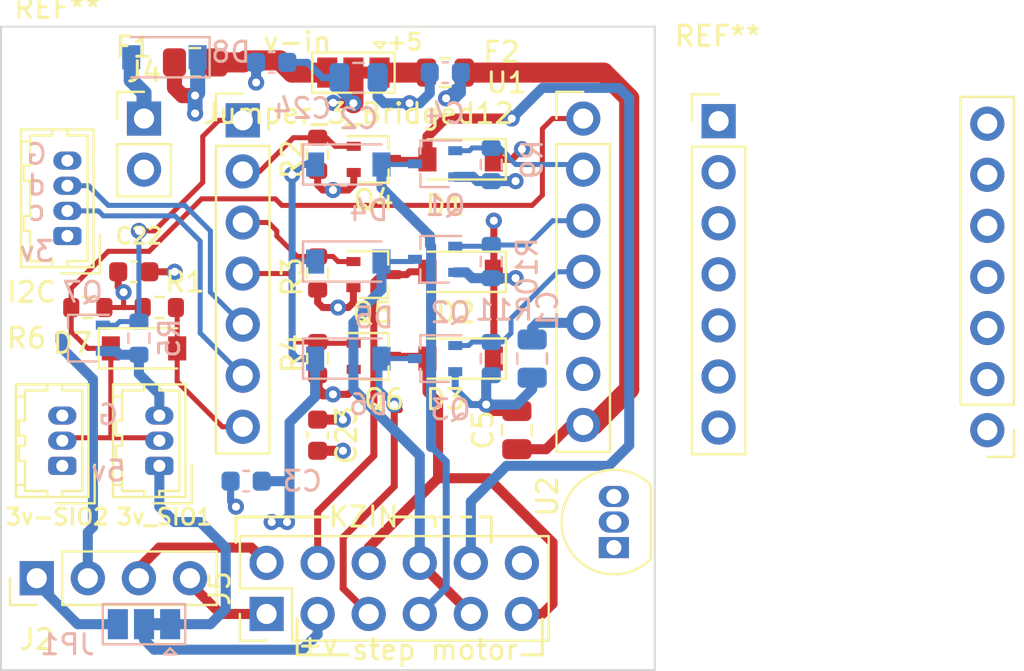
<source format=kicad_pcb>
(kicad_pcb (version 20171130) (host pcbnew "(5.1.8)-1")
  (layers (0 F.Cu signal) (1 In1.Cu mixed hide) (2 In2.Cu power hide) (31 B.Cu signal) (34 B.Paste user) (35 F.Paste user hide) (36 B.SilkS user) (37 F.SilkS user hide) (38 B.Mask user) (39 F.Mask user hide) (44 Edge.Cuts user))
  (net 0 "")
  (net 1 GND)
  (net 2 +3V3)
  (net 3 Motor_PWR)
  (net 4 +5V)
  (net 5 /UART_TX)
  (net 6 /MOTOR_POWER-IN)
  (net 7 "Net-(F1-Pad1)")
  (net 8 "Net-(F2-Pad1)")
  (net 9 /GPIO_5)
  (net 10 /GPIO_4)
  (net 11 /GPIO_0)
  (net 12 /GPIO_9)
  (net 13 /GPIO_10)
  (net 14 /GPIO_1)
  (net 15 /GPIO_2)
  (net 16 /GPIO_3)
  (net 17 /UART_RX)
  (net 18 /GPIO_8)
  (net 19 /Grain_of_Wheat)
  (net 20 /Marker-1)
  (net 21 /Marker-2)
  (net 22 /Broad_LED)
  (net 23 /UV-Boost)
  (net 24 /Cal_HV1)
  (net 25 /Cal_HV2)
  (net 26 /Marker-3)
  (net 27 "Net-(J5-Pad12)")
  (net 28 "Net-(J5-Pad3)")
  (net 29 /Cal_Lamp)
  (net 30 "Net-(D8-Pad2)")
  (module Connector_PinHeader_2.54mm:Xiao-on-Header (layer F.Cu) (at 120.523 72.009)
    (fp_text reference REF** (at -0.04318 -4.22402) (layer F.SilkS))
    (fp_text value "Xiao- on header")
    (pad 1 thru_hole rect (at 0 0) (size 1.7 1.7) (drill 1) (layers *.Cu *.Mask))
    (pad 2 thru_hole oval (at 0 2.54) (size 1.7 1.7) (drill 1) (layers *.Cu *.Mask))
    (pad 3 thru_hole oval (at 0 5.08) (size 1.7 1.7) (drill 1) (layers *.Cu *.Mask))
    (pad 4 thru_hole oval (at 0 7.62) (size 1.7 1.7) (drill 1) (layers *.Cu *.Mask))
    (pad 5 thru_hole oval (at 0 10.16) (size 1.7 1.7) (drill 1) (layers *.Cu *.Mask))
    (pad 6 thru_hole oval (at 0 12.7) (size 1.7 1.7) (drill 1) (layers *.Cu *.Mask))
    (pad 7 thru_hole oval (at 0 15.24) (size 1.7 1.7) (drill 1) (layers *.Cu *.Mask))
    (pad 13 thru_hole oval (at 13.36504 2.66954 -180) (size 1.7 1.7) (drill 1) (layers *.Cu *.Mask))
    (pad 10 thru_hole oval (at 13.36504 10.28954 -180) (size 1.7 1.7) (drill 1) (layers *.Cu *.Mask))
    (pad 12 thru_hole oval (at 13.36504 5.20954 -180) (size 1.7 1.7) (drill 1) (layers *.Cu *.Mask))
    (pad 11 thru_hole oval (at 13.36504 7.74954 -180) (size 1.7 1.7) (drill 1) (layers *.Cu *.Mask))
    (pad 9 thru_hole oval (at 13.36504 12.82954 -180) (size 1.7 1.7) (drill 1) (layers *.Cu *.Mask))
    (pad 8 thru_hole circle (at 13.36504 15.36954 -180) (size 1.7 1.7) (drill 1) (layers *.Cu *.Mask))
    (pad 14 thru_hole oval (at 13.36504 0.12954 -180) (size 1.7 1.7) (drill 1) (layers *.Cu *.Mask))
  )
  (module Connector_PinHeader_2.54mm:PinHeader_1x02_P2.54mm_Vertical (layer F.Cu) (at 91.948 71.882)
    (fp_text reference J4 (at 0 -2.33) (layer F.SilkS))
    (fp_text value 277-6156-ND)
    (pad 2 thru_hole oval (at 0 2.54) (size 1.7 1.7) (drill 1) (layers *.Cu *.Mask) (net 1 GND))
    (pad 1 thru_hole rect (at 0 0) (size 1.7 1.7) (drill 1) (layers *.Cu *.Mask) (net 30 "Net-(D8-Pad2)"))
  )
  (module MountingHole:MountingHole_2.2mm_M2_DIN965 (layer F.Cu) (at 87.63 69.596)
    (fp_text reference REF** (at 0 -3.2) (layer F.SilkS))
    (fp_text value MountingHole_2.2mm_M2_DIN965)
    (pad 1 np_thru_hole circle (at 0 0) (size 2.2 2.2) (drill 2.2) (layers *.Cu *.Mask))
  )
  (module Diode_SMD:D_SOD-123 (layer B.Cu) (at 92.964 68.834 180)
    (fp_text reference D8 (at -3.302 0.254) (layer B.SilkS) (effects (justify mirror)))
    (fp_text value MBR0580)
    (pad 2 smd rect (at 1.65 0 180) (size 0.9 1.2) (layers B.Cu B.Paste B.Mask) (net 30 "Net-(D8-Pad2)"))
    (pad 1 smd rect (at -1.65 0 180) (size 0.9 1.2) (layers B.Cu B.Paste B.Mask) (net 6 /MOTOR_POWER-IN))
  )
  (module Connector_PinHeader_2.54mm:PinHeader_1x04_P2.54mm_Vertical (layer F.Cu) (at 86.614 94.742 90)
    (fp_text reference J2 (at -3.048 0 180) (layer F.SilkS))
    (fp_text value Cal_PS)
    (pad 4 thru_hole oval (at 0 7.62 90) (size 1.7 1.7) (drill 1) (layers *.Cu *.Mask) (net 24 /Cal_HV1))
    (pad 3 thru_hole oval (at 0 5.08 90) (size 1.7 1.7) (drill 1) (layers *.Cu *.Mask) (net 25 /Cal_HV2))
    (pad 2 thru_hole oval (at 0 2.54 90) (size 1.7 1.7) (drill 1) (layers *.Cu *.Mask) (net 29 /Cal_Lamp))
    (pad 1 thru_hole rect (at 0 0 90) (size 1.7 1.7) (drill 1) (layers *.Cu *.Mask) (net 3 Motor_PWR))
  )
  (module Jumper:SolderJumper-3_P1.3mm_Bridged12_Pad1.0x1.5mm (layer B.Cu) (at 91.948 97.028 180)
    (fp_text reference JP1 (at 3.81 -1.016) (layer B.SilkS) (effects (justify mirror)))
    (fp_text value Jumper_3_Bridged12)
    (fp_poly (pts (xy -0.9 0.3) (xy -0.4 0.3) (xy -0.4 -0.3) (xy -0.9 -0.3)) (layer B.Cu) (width 0))
    (pad 2 smd rect (at 0 0 180) (size 1 1.5) (layers B.Cu B.Mask) (net 28 "Net-(J5-Pad3)"))
    (pad 3 smd rect (at 1.3 0 180) (size 1 1.5) (layers B.Cu B.Mask) (net 3 Motor_PWR))
    (pad 1 smd rect (at -1.3 0 180) (size 1 1.5) (layers B.Cu B.Mask) (net 4 +5V))
  )
  (module Connector_PinHeader_2.54mm:PinHeader_2x06_P2.54mm_Vertical (layer F.Cu) (at 98.044 96.52 90)
    (fp_text reference J5 (at 1.27 -2.33 90) (layer F.SilkS))
    (fp_text value Conn_02x06_Odd_Even)
    (pad 12 thru_hole oval (at 2.54 12.7 90) (size 1.7 1.7) (drill 1) (layers *.Cu *.Mask) (net 27 "Net-(J5-Pad12)"))
    (pad 11 thru_hole oval (at 0 12.7 90) (size 1.7 1.7) (drill 1) (layers *.Cu *.Mask) (net 20 /Marker-1))
    (pad 10 thru_hole oval (at 2.54 10.16 90) (size 1.7 1.7) (drill 1) (layers *.Cu *.Mask) (net 26 /Marker-3))
    (pad 9 thru_hole oval (at 0 10.16 90) (size 1.7 1.7) (drill 1) (layers *.Cu *.Mask) (net 21 /Marker-2))
    (pad 8 thru_hole oval (at 2.54 7.62 90) (size 1.7 1.7) (drill 1) (layers *.Cu *.Mask) (net 21 /Marker-2))
    (pad 7 thru_hole oval (at 0 7.62 90) (size 1.7 1.7) (drill 1) (layers *.Cu *.Mask) (net 22 /Broad_LED))
    (pad 6 thru_hole oval (at 2.54 5.08 90) (size 1.7 1.7) (drill 1) (layers *.Cu *.Mask) (net 20 /Marker-1))
    (pad 5 thru_hole oval (at 0 5.08 90) (size 1.7 1.7) (drill 1) (layers *.Cu *.Mask) (net 23 /UV-Boost))
    (pad 4 thru_hole oval (at 2.54 2.54 90) (size 1.7 1.7) (drill 1) (layers *.Cu *.Mask) (net 19 /Grain_of_Wheat))
    (pad 3 thru_hole oval (at 0 2.54 90) (size 1.7 1.7) (drill 1) (layers *.Cu *.Mask) (net 28 "Net-(J5-Pad3)"))
    (pad 2 thru_hole oval (at 2.54 0 90) (size 1.7 1.7) (drill 1) (layers *.Cu *.Mask) (net 25 /Cal_HV2))
    (pad 1 thru_hole rect (at 0 0 90) (size 1.7 1.7) (drill 1) (layers *.Cu *.Mask) (net 24 /Cal_HV1))
  )
  (module MountingHole:MountingHole_2.2mm_M2_DIN965 (layer F.Cu) (at 115.062 97.028)
    (fp_text reference REF**)
    (fp_text value MountingHole_2.2mm_M2_DIN965)
    (pad 1 np_thru_hole circle (at 0 0) (size 2.2 2.2) (drill 2.2) (layers *.Cu *.Mask))
  )
  (module Package_TO_SOT_THT:TO-92_Inline (layer F.Cu) (at 115.316 93.218 90)
    (fp_text reference U2 (at 2.54 -3.302 90) (layer F.SilkS))
    (fp_text value MCP1700-5002E_TO92)
    (pad 1 thru_hole rect (at 0 0 90) (size 1.05 1.5) (drill 0.75) (layers *.Cu *.Mask) (net 1 GND))
    (pad 3 thru_hole oval (at 2.54 0 90) (size 1.05 1.5) (drill 0.75) (layers *.Cu *.Mask) (net 4 +5V))
    (pad 2 thru_hole oval (at 1.27 0 90) (size 1.05 1.5) (drill 0.75) (layers *.Cu *.Mask) (net 3 Motor_PWR))
  )
  (module Resistor_SMD:R_0603_1608Metric (layer B.Cu) (at 91.694 82.804 270)
    (fp_text reference R5 (at 0 -1.524 270) (layer B.SilkS) (effects (justify mirror)))
    (fp_text value 10,000)
    (pad 2 smd roundrect (at 0.825 0 270) (size 0.8 0.95) (layers B.Cu B.Paste B.Mask) (net 1 GND))
    (pad 1 smd roundrect (at -0.825 0 270) (size 0.8 0.95) (layers B.Cu B.Paste B.Mask) (net 11 /GPIO_0))
  )
  (module Package_TO_SOT_SMD:SOT-323_SC-70 (layer B.Cu) (at 88.9 82.804 180)
    (fp_text reference Q7 (at 0 2.286) (layer B.SilkS) (effects (justify mirror)))
    (fp_text value DMN3067)
    (pad 3 smd rect (at 1 0 270) (size 0.45 0.7) (layers B.Cu B.Paste B.Mask) (net 29 /Cal_Lamp))
    (pad 2 smd rect (at -1 -0.65 270) (size 0.45 0.7) (layers B.Cu B.Paste B.Mask) (net 1 GND))
    (pad 1 smd rect (at -1 0.65 270) (size 0.45 0.7) (layers B.Cu B.Paste B.Mask) (net 11 /GPIO_0))
  )
  (module Connector_PinHeader_2.54mm:Xiao-on-socket (layer F.Cu) (at 96.86036 71.9709)
    (fp_text reference U1 (at 13.12164 -1.8669) (layer F.SilkS))
    (fp_text value SeeeduinoXIAO-on-header)
    (pad 14 thru_hole oval (at 16.93164 15.1511) (size 1.7 1.7) (drill 1) (layers *.Cu *.Mask) (net 4 +5V))
    (pad 8 thru_hole circle (at 16.93164 -0.0889) (size 1.7 1.7) (drill 1) (layers *.Cu *.Mask) (net 17 /UART_RX))
    (pad 9 thru_hole oval (at 16.93164 2.4511) (size 1.7 1.7) (drill 1) (layers *.Cu *.Mask) (net 18 /GPIO_8))
    (pad 11 thru_hole oval (at 16.93164 7.5311) (size 1.7 1.7) (drill 1) (layers *.Cu *.Mask) (net 13 /GPIO_10))
    (pad 12 thru_hole oval (at 16.93164 10.0711) (size 1.7 1.7) (drill 1) (layers *.Cu *.Mask) (net 2 +3V3))
    (pad 10 thru_hole oval (at 16.93164 4.9911) (size 1.7 1.7) (drill 1) (layers *.Cu *.Mask) (net 12 /GPIO_9))
    (pad 13 thru_hole oval (at 16.93164 12.6111) (size 1.7 1.7) (drill 1) (layers *.Cu *.Mask) (net 1 GND))
    (pad 7 thru_hole oval (at 0 15.24) (size 1.7 1.7) (drill 1) (layers *.Cu *.Mask) (net 5 /UART_TX))
    (pad 6 thru_hole oval (at 0 12.7) (size 1.7 1.7) (drill 1) (layers *.Cu *.Mask) (net 9 /GPIO_5))
    (pad 5 thru_hole oval (at 0 10.16) (size 1.7 1.7) (drill 1) (layers *.Cu *.Mask) (net 10 /GPIO_4))
    (pad 4 thru_hole oval (at 0 7.62) (size 1.7 1.7) (drill 1) (layers *.Cu *.Mask) (net 16 /GPIO_3))
    (pad 3 thru_hole oval (at 0 5.08) (size 1.7 1.7) (drill 1) (layers *.Cu *.Mask) (net 15 /GPIO_2))
    (pad 2 thru_hole oval (at 0 2.54) (size 1.7 1.7) (drill 1) (layers *.Cu *.Mask) (net 14 /GPIO_1))
    (pad 1 thru_hole rect (at 0 0) (size 1.7 1.7) (drill 1) (layers *.Cu *.Mask) (net 11 /GPIO_0))
  )
  (module Connector_Hirose:Hirose_DF13-04P-1.25DSA_1x04_P1.25mm_Vertical (layer F.Cu) (at 88.138 77.724 90)
    (fp_text reference J1 hide)
    (fp_text value I2C (at -2.794 -1.778 180) (layer F.SilkS))
    (pad 4 thru_hole oval (at 3.75 0 90) (size 0.9 1.4) (drill 0.6) (layers *.Cu *.Mask) (net 1 GND))
    (pad 3 thru_hole oval (at 2.5 0 90) (size 0.9 1.4) (drill 0.6) (layers *.Cu *.Mask) (net 10 /GPIO_4))
    (pad 2 thru_hole oval (at 1.25 0 90) (size 0.9 1.4) (drill 0.6) (layers *.Cu *.Mask) (net 9 /GPIO_5))
    (pad 1 thru_hole roundrect (at 0 0 90) (size 0.9 1.4) (drill 0.6) (layers *.Cu *.Mask) (net 2 +3V3))
  )
  (module Connector_Hirose:Hirose_DF13-03P-1.25DSA_1x03_P1.25mm_Vertical (layer F.Cu) (at 87.884 89.154 90)
    (fp_text reference J6)
    (fp_text value 3v-SIO2 (at -2.54 -0.254 180) (layer F.SilkS) (effects (font (size 0.8 0.8))))
    (pad 3 thru_hole oval (at 2.5 0 90) (size 0.9 1.4) (drill 0.6) (layers *.Cu *.Mask) (net 1 GND))
    (pad 2 thru_hole oval (at 1.25 0 90) (size 0.9 1.4) (drill 0.6) (layers *.Cu *.Mask) (net 17 /UART_RX))
    (pad 1 thru_hole roundrect (at 0 0 90) (size 0.9 1.4) (drill 0.6) (layers *.Cu *.Mask) (net 4 +5V))
  )
  (module Connector_Hirose:Hirose_DF13-03P-1.25DSA_1x03_P1.25mm_Vertical (layer F.Cu) (at 92.71 89.154 90)
    (fp_text reference J3)
    (fp_text value 3v_SIO1 (at -2.54 0.254 180) (layer F.SilkS) (effects (font (size 0.8 0.8))))
    (pad 3 thru_hole oval (at 2.5 0 90) (size 0.9 1.4) (drill 0.6) (layers *.Cu *.Mask) (net 1 GND))
    (pad 2 thru_hole oval (at 1.25 0 90) (size 0.9 1.4) (drill 0.6) (layers *.Cu *.Mask) (net 17 /UART_RX))
    (pad 1 thru_hole roundrect (at 0 0 90) (size 0.9 1.4) (drill 0.6) (layers *.Cu *.Mask) (net 4 +5V))
  )
  (module Fuse:Fuse_0805_2012Metric_Pad1.15x1.40mm_HandSolder (layer F.Cu) (at 94.488 69.088 180)
    (fp_text reference F1 (at 3.048 0.762) (layer F.SilkS))
    (fp_text value 500ma)
    (pad 2 smd roundrect (at 1.025 0 180) (size 1.15 1.4) (layers F.Cu F.Paste F.Mask) (roundrect_rratio 0.2173904347826087) (net 6 /MOTOR_POWER-IN))
    (pad 1 smd roundrect (at -1.025 0 180) (size 1.15 1.4) (layers F.Cu F.Paste F.Mask) (roundrect_rratio 0.2173904347826087) (net 7 "Net-(F1-Pad1)"))
  )
  (module Diode_SMD:D_SOD-123 (layer B.Cu) (at 102.108 83.82)
    (fp_text reference D6 (at 1.016 2.286) (layer B.SilkS) (effects (justify mirror)))
    (fp_text value MBR0580)
    (pad 2 smd rect (at 1.65 0) (size 0.9 1.2) (layers B.Cu B.Paste B.Mask) (net 23 /UV-Boost))
    (pad 1 smd rect (at -1.65 0) (size 0.9 1.2) (layers B.Cu B.Paste B.Mask) (net 3 Motor_PWR))
  )
  (module Diode_SMD:D_SOD-123 (layer B.Cu) (at 102.108 78.994)
    (fp_text reference D5 (at 1.27 2.794 180) (layer B.SilkS) (effects (justify mirror)))
    (fp_text value MBR0580)
    (pad 2 smd rect (at 1.65 0) (size 0.9 1.2) (layers B.Cu B.Paste B.Mask) (net 21 /Marker-2))
    (pad 1 smd rect (at -1.65 0) (size 0.9 1.2) (layers B.Cu B.Paste B.Mask) (net 3 Motor_PWR))
  )
  (module Diode_SMD:D_SOD-123 (layer B.Cu) (at 102.108 74.168)
    (fp_text reference D4 (at 1.016 2.286) (layer B.SilkS) (effects (justify mirror)))
    (fp_text value MBR0580)
    (pad 2 smd rect (at 1.65 0) (size 0.9 1.2) (layers B.Cu B.Paste B.Mask) (net 22 /Broad_LED))
    (pad 1 smd rect (at -1.65 0) (size 0.9 1.2) (layers B.Cu B.Paste B.Mask) (net 3 Motor_PWR))
  )
  (module Diode_SMD:D_SOD-123 (layer F.Cu) (at 107.696 83.82 180)
    (fp_text reference D3 (at 0.762 -2.032) (layer F.SilkS))
    (fp_text value MBR0580)
    (pad 2 smd rect (at 1.65 0 180) (size 0.9 1.2) (layers F.Cu F.Paste F.Mask) (net 20 /Marker-1))
    (pad 1 smd rect (at -1.65 0 180) (size 0.9 1.2) (layers F.Cu F.Paste F.Mask) (net 3 Motor_PWR))
  )
  (module Diode_SMD:D_SOD-123 (layer F.Cu) (at 107.696 79.502 180)
    (fp_text reference D2 (at 0.254 -2.032) (layer F.SilkS))
    (fp_text value MBR0580)
    (pad 2 smd rect (at 1.65 0 180) (size 0.9 1.2) (layers F.Cu F.Paste F.Mask) (net 19 /Grain_of_Wheat))
    (pad 1 smd rect (at -1.65 0 180) (size 0.9 1.2) (layers F.Cu F.Paste F.Mask) (net 3 Motor_PWR))
  )
  (module Diode_SMD:D_SOD-123 (layer F.Cu) (at 107.696 73.914 180)
    (fp_text reference D1 (at 0.762 -2.286) (layer F.SilkS))
    (fp_text value MBR0580)
    (pad 2 smd rect (at 1.65 0 180) (size 0.9 1.2) (layers F.Cu F.Paste F.Mask) (net 26 /Marker-3))
    (pad 1 smd rect (at -1.65 0 180) (size 0.9 1.2) (layers F.Cu F.Paste F.Mask) (net 3 Motor_PWR))
  )
  (module Diode_SMD:D_SOD-123 (layer F.Cu) (at 91.948 83.312)
    (fp_text reference D7 (at -3.556 -0.254) (layer F.SilkS))
    (fp_text value 1N4148W)
    (pad 2 smd rect (at 1.65 0) (size 0.9 1.2) (layers F.Cu F.Paste F.Mask) (net 5 /UART_TX))
    (pad 1 smd rect (at -1.65 0) (size 0.9 1.2) (layers F.Cu F.Paste F.Mask) (net 17 /UART_RX))
  )
  (module Jumper:SolderJumper-3_P1.3mm_Bridged12_Pad1.0x1.5mm (layer F.Cu) (at 102.362 69.596 180)
    (fp_text reference JP2)
    (fp_text value Jumper_3_Bridged12 (at -0.254 -2.032) (layer F.SilkS))
    (fp_poly (pts (xy -0.9 -0.3) (xy -0.4 -0.3) (xy -0.4 0.3) (xy -0.9 0.3)) (layer F.Cu) (width 0))
    (pad 2 smd rect (at 0 0 180) (size 1 1.5) (layers F.Cu F.Mask) (net 3 Motor_PWR))
    (pad 3 smd rect (at 1.3 0 180) (size 1 1.5) (layers F.Cu F.Mask) (net 7 "Net-(F1-Pad1)"))
    (pad 1 smd rect (at -1.3 0 180) (size 1 1.5) (layers F.Cu F.Mask) (net 8 "Net-(F2-Pad1)"))
  )
  (module Resistor_SMD:R_0603_1608Metric (layer B.Cu) (at 109.22 83.82 270)
    (fp_text reference R11 (at -2.413 -0.635 180) (layer B.SilkS) (effects (justify mirror)))
    (fp_text value 10,000)
    (pad 2 smd roundrect (at 0.825 0 270) (size 0.8 0.95) (layers B.Cu B.Paste B.Mask) (net 1 GND))
    (pad 1 smd roundrect (at -0.825 0 270) (size 0.8 0.95) (layers B.Cu B.Paste B.Mask) (net 13 /GPIO_10))
  )
  (module Resistor_SMD:R_0603_1608Metric (layer B.Cu) (at 109.22 78.994 270)
    (fp_text reference R10 (at 0.254 -1.778 90) (layer B.SilkS) (effects (justify mirror)))
    (fp_text value 10,000)
    (pad 2 smd roundrect (at 0.825 0 270) (size 0.8 0.95) (layers B.Cu B.Paste B.Mask) (net 1 GND))
    (pad 1 smd roundrect (at -0.825 0 270) (size 0.8 0.95) (layers B.Cu B.Paste B.Mask) (net 12 /GPIO_9))
  )
  (module Resistor_SMD:R_0603_1608Metric (layer B.Cu) (at 109.22 74.168 270)
    (fp_text reference R9 (at -0.254 -2.032 90) (layer B.SilkS) (effects (justify mirror)))
    (fp_text value 10,000)
    (pad 2 smd roundrect (at 0.825 0 270) (size 0.8 0.95) (layers B.Cu B.Paste B.Mask) (net 1 GND))
    (pad 1 smd roundrect (at -0.825 0 270) (size 0.8 0.95) (layers B.Cu B.Paste B.Mask) (net 18 /GPIO_8))
  )
  (module Resistor_SMD:R_0603_1608Metric (layer F.Cu) (at 89.154 81.28 180)
    (fp_text reference R6 (at 3.048 -1.524) (layer F.SilkS))
    (fp_text value 10,000)
    (pad 2 smd roundrect (at 0.825 0 180) (size 0.8 0.95) (layers F.Cu F.Paste F.Mask) (net 17 /UART_RX))
    (pad 1 smd roundrect (at -0.825 0 180) (size 0.8 0.95) (layers F.Cu F.Paste F.Mask) (net 2 +3V3))
  )
  (module Resistor_SMD:R_0603_1608Metric (layer F.Cu) (at 100.584 83.82 270)
    (fp_text reference R4 (at -0.254 1.27 270) (layer F.SilkS))
    (fp_text value 10,000)
    (pad 2 smd roundrect (at 0.825 0 270) (size 0.8 0.95) (layers F.Cu F.Paste F.Mask) (net 1 GND))
    (pad 1 smd roundrect (at -0.825 0 270) (size 0.8 0.95) (layers F.Cu F.Paste F.Mask) (net 16 /GPIO_3))
  )
  (module Resistor_SMD:R_0603_1608Metric (layer F.Cu) (at 100.584 79.565 270)
    (fp_text reference R3 (at 0.191 1.27 270) (layer F.SilkS))
    (fp_text value 10,000)
    (pad 2 smd roundrect (at 0.825 0 270) (size 0.8 0.95) (layers F.Cu F.Paste F.Mask) (net 1 GND))
    (pad 1 smd roundrect (at -0.825 0 270) (size 0.8 0.95) (layers F.Cu F.Paste F.Mask) (net 15 /GPIO_2))
  )
  (module Resistor_SMD:R_0603_1608Metric (layer F.Cu) (at 100.584 73.66 270)
    (fp_text reference R2 (at 0.254 1.27 270) (layer F.SilkS))
    (fp_text value 10,000)
    (pad 2 smd roundrect (at 0.825 0 270) (size 0.8 0.95) (layers F.Cu F.Paste F.Mask) (net 1 GND))
    (pad 1 smd roundrect (at -0.825 0 270) (size 0.8 0.95) (layers F.Cu F.Paste F.Mask) (net 14 /GPIO_1))
  )
  (module Resistor_SMD:R_0603_1608Metric (layer F.Cu) (at 92.71 81.28 180)
    (fp_text reference R1 (at -1.27 1.27) (layer F.SilkS))
    (fp_text value 10,000)
    (pad 2 smd roundrect (at 0.825 0 180) (size 0.8 0.95) (layers F.Cu F.Paste F.Mask) (net 2 +3V3))
    (pad 1 smd roundrect (at -0.825 0 180) (size 0.8 0.95) (layers F.Cu F.Paste F.Mask) (net 5 /UART_TX))
  )
  (module Package_TO_SOT_SMD:SOT-323_SC-70 (layer F.Cu) (at 103.378 83.708)
    (fp_text reference Q6 (at 0.508 2.144) (layer F.SilkS))
    (fp_text value DMN3067)
    (pad 3 smd rect (at 1 0 270) (size 0.45 0.7) (layers F.Cu F.Paste F.Mask) (net 20 /Marker-1))
    (pad 2 smd rect (at -1 0.65 270) (size 0.45 0.7) (layers F.Cu F.Paste F.Mask) (net 1 GND))
    (pad 1 smd rect (at -1 -0.65 270) (size 0.45 0.7) (layers F.Cu F.Paste F.Mask) (net 16 /GPIO_3))
  )
  (module Package_TO_SOT_SMD:SOT-323_SC-70 (layer F.Cu) (at 103.362 79.644)
    (fp_text reference Q5 (at -0.05 1.89) (layer F.SilkS))
    (fp_text value DMN3067)
    (pad 3 smd rect (at 1 0 270) (size 0.45 0.7) (layers F.Cu F.Paste F.Mask) (net 19 /Grain_of_Wheat))
    (pad 2 smd rect (at -1 0.65 270) (size 0.45 0.7) (layers F.Cu F.Paste F.Mask) (net 1 GND))
    (pad 1 smd rect (at -1 -0.65 270) (size 0.45 0.7) (layers F.Cu F.Paste F.Mask) (net 15 /GPIO_2))
  )
  (module Package_TO_SOT_SMD:SOT-323_SC-70 (layer F.Cu) (at 103.378 73.914)
    (fp_text reference Q4 (at 0 2.032) (layer F.SilkS))
    (fp_text value DMN3067)
    (pad 3 smd rect (at 1 0 270) (size 0.45 0.7) (layers F.Cu F.Paste F.Mask) (net 26 /Marker-3))
    (pad 2 smd rect (at -1 0.65 270) (size 0.45 0.7) (layers F.Cu F.Paste F.Mask) (net 1 GND))
    (pad 1 smd rect (at -1 -0.65 270) (size 0.45 0.7) (layers F.Cu F.Paste F.Mask) (net 14 /GPIO_1))
  )
  (module Package_TO_SOT_SMD:SOT-323_SC-70 (layer B.Cu) (at 106.426 83.82 180)
    (fp_text reference Q3 (at -0.762 -2.54) (layer B.SilkS) (effects (justify mirror)))
    (fp_text value DMN3067)
    (pad 3 smd rect (at 1 0 270) (size 0.45 0.7) (layers B.Cu B.Paste B.Mask) (net 23 /UV-Boost))
    (pad 2 smd rect (at -1 -0.65 270) (size 0.45 0.7) (layers B.Cu B.Paste B.Mask) (net 1 GND))
    (pad 1 smd rect (at -1 0.65 270) (size 0.45 0.7) (layers B.Cu B.Paste B.Mask) (net 13 /GPIO_10))
  )
  (module Package_TO_SOT_SMD:SOT-323_SC-70 (layer B.Cu) (at 106.426 78.882 180)
    (fp_text reference Q2 (at -0.762 -2.652) (layer B.SilkS) (effects (justify mirror)))
    (fp_text value DMN3067)
    (pad 3 smd rect (at 1 0 270) (size 0.45 0.7) (layers B.Cu B.Paste B.Mask) (net 21 /Marker-2))
    (pad 2 smd rect (at -1 -0.65 270) (size 0.45 0.7) (layers B.Cu B.Paste B.Mask) (net 1 GND))
    (pad 1 smd rect (at -1 0.65 270) (size 0.45 0.7) (layers B.Cu B.Paste B.Mask) (net 12 /GPIO_9))
  )
  (module Package_TO_SOT_SMD:SOT-323_SC-70 (layer B.Cu) (at 106.426 74.130666 180)
    (fp_text reference Q1 (at -0.508 -2.069334) (layer B.SilkS) (effects (justify mirror)))
    (fp_text value DMN3067)
    (pad 3 smd rect (at 1 0 270) (size 0.45 0.7) (layers B.Cu B.Paste B.Mask) (net 22 /Broad_LED))
    (pad 2 smd rect (at -1 -0.65 270) (size 0.45 0.7) (layers B.Cu B.Paste B.Mask) (net 1 GND))
    (pad 1 smd rect (at -1 0.65 270) (size 0.45 0.7) (layers B.Cu B.Paste B.Mask) (net 18 /GPIO_8))
  )
  (module Fuse:Fuse_0805_2012Metric (layer F.Cu) (at 106.934 69.596)
    (fp_text reference F2 (at 2.794 -1.016) (layer F.SilkS))
    (fp_text value "Polyfuse- 350 ma")
    (pad 2 smd roundrect (at 0.9375 0) (size 0.975 1.4) (layers F.Cu F.Paste F.Mask) (net 4 +5V))
    (pad 1 smd roundrect (at -0.9375 0) (size 0.975 1.4) (layers F.Cu F.Paste F.Mask) (net 8 "Net-(F2-Pad1)"))
  )
  (module Capacitor_SMD:C_0603_1608Metric (layer B.Cu) (at 98.298 69.088 180)
    (fp_text reference C24 (at -1.524 -2.286) (layer B.SilkS) (effects (justify mirror)))
    (fp_text value .01)
    (pad 2 smd roundrect (at 0.775 0 180) (size 0.9 0.95) (layers B.Cu B.Paste B.Mask) (net 1 GND))
    (pad 1 smd roundrect (at -0.775 0 180) (size 0.9 0.95) (layers B.Cu B.Paste B.Mask) (net 3 Motor_PWR))
  )
  (module Capacitor_SMD:C_0603_1608Metric (layer F.Cu) (at 100.584 87.63 270)
    (fp_text reference C23 (at 0 -1.43 90) (layer F.SilkS))
    (fp_text value .01)
    (pad 2 smd roundrect (at 0.775 0 270) (size 0.9 0.95) (layers F.Cu F.Paste F.Mask) (net 1 GND))
    (pad 1 smd roundrect (at -0.775 0 270) (size 0.9 0.95) (layers F.Cu F.Paste F.Mask) (net 2 +3V3))
  )
  (module Capacitor_SMD:C_0603_1608Metric (layer F.Cu) (at 91.44 79.502)
    (fp_text reference C22 (at 0.254 -1.778 180) (layer F.SilkS) (effects (font (size 0.8 0.8))))
    (fp_text value .01)
    (pad 2 smd roundrect (at 0.775 0) (size 0.9 0.95) (layers F.Cu F.Paste F.Mask) (net 1 GND))
    (pad 1 smd roundrect (at -0.775 0) (size 0.9 0.95) (layers F.Cu F.Paste F.Mask) (net 2 +3V3))
  )
  (module Capacitor_SMD:C_0805_2012Metric (layer F.Cu) (at 110.49 87.376 90)
    (fp_text reference C5 (at 0 -1.68 90) (layer F.SilkS))
    (fp_text value TAJR104M035RNJ)
    (pad 2 smd roundrect (at 0.95 0 90) (size 1 1.45) (layers F.Cu F.Paste F.Mask) (net 1 GND))
    (pad 1 smd roundrect (at -0.95 0 90) (size 1 1.45) (layers F.Cu F.Paste F.Mask) (net 4 +5V))
  )
  (module Capacitor_SMD:C_0603_1608Metric (layer B.Cu) (at 106.934 69.596 180)
    (fp_text reference C4 (at 0 -2.032) (layer B.SilkS) (effects (justify mirror)))
    (fp_text value .01)
    (pad 2 smd roundrect (at 0.775 0 180) (size 0.9 0.95) (layers B.Cu B.Paste B.Mask) (net 1 GND))
    (pad 1 smd roundrect (at -0.775 0 180) (size 0.9 0.95) (layers B.Cu B.Paste B.Mask) (net 4 +5V))
  )
  (module Capacitor_SMD:C_0603_1608Metric (layer B.Cu) (at 97.028 89.916 180)
    (fp_text reference C3 (at -2.794 0 180) (layer B.SilkS) (effects (justify mirror)))
    (fp_text value .01)
    (pad 2 smd roundrect (at 0.775 0 180) (size 0.9 0.95) (layers B.Cu B.Paste B.Mask) (net 1 GND))
    (pad 1 smd roundrect (at -0.775 0 180) (size 0.9 0.95) (layers B.Cu B.Paste B.Mask) (net 3 Motor_PWR))
  )
  (module Capacitor_SMD:C_0805_2012Metric (layer B.Cu) (at 102.616 69.85)
    (fp_text reference C2 (at 0 2.032) (layer B.SilkS) (effects (justify mirror)))
    (fp_text value TAJR104M035RNJ)
    (pad 2 smd roundrect (at 0.95 0) (size 1 1.45) (layers B.Cu B.Paste B.Mask) (net 1 GND))
    (pad 1 smd roundrect (at -0.95 0) (size 1 1.45) (layers B.Cu B.Paste B.Mask) (net 3 Motor_PWR))
  )
  (module Capacitor_SMD:C_0805_2012Metric (layer B.Cu) (at 111.252 83.82 270)
    (fp_text reference C1 (at -2.413 -0.762 270) (layer B.SilkS) (effects (justify mirror)))
    (fp_text value TAJR104M035RNJ)
    (pad 2 smd roundrect (at 0.95 0 270) (size 1 1.45) (layers B.Cu B.Paste B.Mask) (net 1 GND))
    (pad 1 smd roundrect (at -0.95 0 270) (size 1 1.45) (layers B.Cu B.Paste B.Mask) (net 2 +3V3))
  )
  (gr_text 5v (at 90.17 89.408) (layer B.SilkS) (effects (font (size 1 1)) (justify mirror)))
  (gr_text G (at 90.17 86.614) (layer B.SilkS) (effects (font (size 1 1)) (justify mirror)))
  (gr_text G (at 86.614 73.66) (layer B.SilkS) (effects (font (size 1 1)) (justify mirror)))
  (gr_text d (at 86.614 75.184) (layer B.SilkS) (effects (font (size 1 1)) (justify mirror)))
  (gr_text c (at 86.614 76.454) (layer B.SilkS) (effects (font (size 1 1)) (justify mirror)))
  (gr_text 3v (at 86.614 78.486) (layer B.SilkS) (effects (font (size 1 1)) (justify mirror)))
  (gr_text "KZIN\n" (at 102.87 91.694) (layer F.SilkS) (effects (font (size 1 1))))
  (gr_line (start 109.22 92.71) (end 109.22 92.964) (layer F.SilkS) (width 0.15))
  (gr_line (start 109.22 91.694) (end 109.22 92.71) (layer F.SilkS) (width 0.15))
  (gr_line (start 108.712 91.694) (end 109.22 91.694) (layer F.SilkS) (width 0.15))
  (gr_line (start 107.696 91.694) (end 108.204 91.694) (layer F.SilkS) (width 0.15))
  (gr_line (start 106.68 91.694) (end 107.188 91.694) (layer F.SilkS) (width 0.15))
  (gr_line (start 106.426 91.694) (end 106.426 92.202) (layer F.SilkS) (width 0.15))
  (gr_line (start 104.394 91.694) (end 106.426 91.694) (layer F.SilkS) (width 0.15))
  (gr_line (start 96.52 91.694) (end 101.092 91.694) (layer F.SilkS) (width 0.15))
  (gr_line (start 96.52 92.964) (end 96.52 91.694) (layer F.SilkS) (width 0.15))
  (gr_text +v (at 100.584 98.044) (layer F.SilkS) (effects (font (size 1 1))))
  (gr_text "step motor" (at 106.426 98.298) (layer F.SilkS) (effects (font (size 1 1))))
  (gr_line (start 111.76 98.552) (end 110.744 98.552) (layer F.SilkS) (width 0.15))
  (gr_line (start 111.76 96.774) (end 111.76 98.552) (layer F.SilkS) (width 0.15))
  (gr_line (start 99.568 98.552) (end 102.108 98.552) (layer F.SilkS) (width 0.15))
  (gr_line (start 99.568 96.774) (end 99.568 98.552) (layer F.SilkS) (width 0.15))
  (gr_text v-in (at 99.568 68.072) (layer F.SilkS) (effects (font (size 1 1))))
  (gr_text +5 (at 104.902 68.072) (layer F.SilkS) (effects (font (size 0.8 0.8))))
  (gr_line (start 84.836 67.31) (end 84.836 99.314) (layer Edge.Cuts) (width 0.1))
  (gr_line (start 117.348 67.31) (end 84.836 67.31) (layer Edge.Cuts) (width 0.1))
  (gr_line (start 117.348 99.314) (end 117.348 67.31) (layer Edge.Cuts) (width 0.1))
  (gr_line (start 84.836 99.314) (end 117.348 99.314) (layer Edge.Cuts) (width 0.1))
  (via (at 93.472 79.502) (size 0.8) (drill 0.4) (layers F.Cu B.Cu) (net 1))
  (segment (start 100.584 88.405) (end 101.841 88.405) (width 0.5) (layer F.Cu) (net 1))
  (via (at 101.841 88.405) (size 0.8) (drill 0.4) (layers F.Cu B.Cu) (net 1))
  (segment (start 110.49 86.426) (end 109.286 86.426) (width 0.5) (layer F.Cu) (net 1))
  (via (at 108.966 86.106) (size 0.8) (drill 0.4) (layers F.Cu B.Cu) (net 1))
  (segment (start 109.286 86.426) (end 108.966 86.106) (width 0.5) (layer F.Cu) (net 1))
  (segment (start 108.966 84.899) (end 109.22 84.645) (width 0.5) (layer B.Cu) (net 1))
  (segment (start 108.966 86.106) (end 108.966 84.899) (width 0.5) (layer B.Cu) (net 1))
  (segment (start 111.252 85.344) (end 111.252 84.77) (width 0.5) (layer B.Cu) (net 1))
  (segment (start 110.49 86.106) (end 111.252 85.344) (width 0.5) (layer B.Cu) (net 1))
  (segment (start 108.966 86.106) (end 110.49 86.106) (width 0.5) (layer B.Cu) (net 1))
  (segment (start 107.426 79.532) (end 107.98 79.532) (width 0.5) (layer B.Cu) (net 1))
  (segment (start 108.267 79.819) (end 109.22 79.819) (width 0.5) (layer B.Cu) (net 1))
  (segment (start 107.98 79.532) (end 108.267 79.819) (width 0.5) (layer B.Cu) (net 1))
  (segment (start 109.22 79.819) (end 110.427 79.819) (width 0.5) (layer B.Cu) (net 1))
  (via (at 110.427 79.819) (size 0.8) (drill 0.4) (layers F.Cu B.Cu) (net 1))
  (segment (start 107.426 74.780666) (end 108.308666 74.780666) (width 0.5) (layer B.Cu) (net 1))
  (segment (start 108.521 74.993) (end 109.22 74.993) (width 0.5) (layer B.Cu) (net 1))
  (segment (start 108.308666 74.780666) (end 108.521 74.993) (width 0.5) (layer B.Cu) (net 1))
  (segment (start 109.22 74.993) (end 110.427 74.993) (width 0.5) (layer B.Cu) (net 1))
  (via (at 110.427 74.993) (size 0.8) (drill 0.4) (layers F.Cu B.Cu) (net 1))
  (segment (start 106.159 69.596) (end 106.159 70.117) (width 0.5) (layer B.Cu) (net 1))
  (segment (start 106.159 70.117) (end 106.159 70.625) (width 0.5) (layer B.Cu) (net 1))
  (segment (start 106.159 70.625) (end 105.664 71.12) (width 0.5) (layer B.Cu) (net 1))
  (via (at 105.156 71.12) (size 0.8) (drill 0.4) (layers F.Cu B.Cu) (net 1))
  (segment (start 105.664 71.12) (end 105.156 71.12) (width 0.5) (layer B.Cu) (net 1))
  (segment (start 103.566 69.85) (end 103.566 70.8) (width 0.5) (layer B.Cu) (net 1))
  (segment (start 103.566 70.8) (end 103.886 71.12) (width 0.5) (layer B.Cu) (net 1))
  (segment (start 103.886 71.12) (end 105.156 71.12) (width 0.5) (layer B.Cu) (net 1))
  (segment (start 97.523 69.088) (end 97.523 70.091) (width 0.5) (layer B.Cu) (net 1))
  (via (at 97.523 70.091) (size 0.8) (drill 0.4) (layers F.Cu B.Cu) (net 1))
  (via (at 96.52 91.186) (size 0.8) (drill 0.4) (layers F.Cu B.Cu) (net 1))
  (segment (start 100.584 84.645) (end 100.584 85.344) (width 0.5) (layer F.Cu) (net 1))
  (segment (start 100.584 85.344) (end 100.838 85.598) (width 0.5) (layer F.Cu) (net 1))
  (segment (start 100.838 85.598) (end 101.346 85.598) (width 0.5) (layer F.Cu) (net 1))
  (via (at 101.346 85.598) (size 0.8) (drill 0.4) (layers F.Cu B.Cu) (net 1))
  (segment (start 101.346 85.598) (end 102.108 85.598) (width 0.35) (layer F.Cu) (net 1))
  (segment (start 102.378 85.328) (end 102.378 84.358) (width 0.35) (layer F.Cu) (net 1))
  (segment (start 102.108 85.598) (end 102.378 85.328) (width 0.35) (layer F.Cu) (net 1))
  (segment (start 102.362 80.294) (end 102.362 81.026) (width 0.35) (layer F.Cu) (net 1))
  (segment (start 102.362 81.026) (end 102.108 81.28) (width 0.35) (layer F.Cu) (net 1))
  (segment (start 102.108 81.28) (end 101.6 81.28) (width 0.35) (layer F.Cu) (net 1))
  (via (at 101.6 81.28) (size 0.8) (drill 0.4) (layers F.Cu B.Cu) (net 1))
  (segment (start 100.584 80.39) (end 100.584 81.026) (width 0.35) (layer F.Cu) (net 1))
  (segment (start 100.584 81.026) (end 100.838 81.28) (width 0.35) (layer F.Cu) (net 1))
  (segment (start 100.838 81.28) (end 101.6 81.28) (width 0.35) (layer F.Cu) (net 1))
  (segment (start 100.584 74.485) (end 100.584 75.184) (width 0.35) (layer F.Cu) (net 1))
  (segment (start 100.584 75.184) (end 100.838 75.438) (width 0.35) (layer F.Cu) (net 1))
  (via (at 101.346 75.438) (size 0.8) (drill 0.4) (layers F.Cu B.Cu) (net 1))
  (segment (start 100.838 75.438) (end 101.346 75.438) (width 0.35) (layer F.Cu) (net 1))
  (segment (start 102.378 74.564) (end 102.378 75.168) (width 0.35) (layer F.Cu) (net 1))
  (segment (start 102.378 75.168) (end 102.108 75.438) (width 0.35) (layer F.Cu) (net 1))
  (segment (start 102.108 75.438) (end 101.346 75.438) (width 0.35) (layer F.Cu) (net 1))
  (segment (start 108.966 86.106) (end 108.204 86.106) (width 0.35) (layer B.Cu) (net 1))
  (segment (start 107.426 85.328) (end 107.426 84.47) (width 0.35) (layer B.Cu) (net 1))
  (segment (start 108.204 86.106) (end 107.426 85.328) (width 0.35) (layer B.Cu) (net 1))
  (segment (start 89.9 83.454) (end 90.566 83.454) (width 0.5) (layer B.Cu) (net 1))
  (segment (start 90.741 83.629) (end 91.694 83.629) (width 0.5) (layer B.Cu) (net 1))
  (segment (start 90.566 83.454) (end 90.741 83.629) (width 0.5) (layer B.Cu) (net 1))
  (segment (start 92.215 79.502) (end 93.472 79.502) (width 0.35) (layer F.Cu) (net 1))
  (segment (start 96.253 90.919) (end 96.52 91.186) (width 0.35) (layer B.Cu) (net 1))
  (segment (start 96.253 89.916) (end 96.253 90.919) (width 0.35) (layer B.Cu) (net 1))
  (segment (start 91.694 83.629) (end 91.694 84.582) (width 0.5) (layer B.Cu) (net 1))
  (segment (start 92.71 85.598) (end 92.71 86.654) (width 0.5) (layer B.Cu) (net 1))
  (segment (start 91.694 84.582) (end 92.71 85.598) (width 0.5) (layer B.Cu) (net 1))
  (via (at 90.932 80.518) (size 0.8) (drill 0.4) (layers F.Cu B.Cu) (net 2))
  (segment (start 100.584 86.855) (end 101.841 86.855) (width 0.5) (layer F.Cu) (net 2))
  (via (at 101.841 86.855) (size 0.8) (drill 0.4) (layers F.Cu B.Cu) (net 2))
  (segment (start 111.252 82.87) (end 111.252 82.296) (width 0.5) (layer B.Cu) (net 2))
  (segment (start 111.506 82.042) (end 113.792 82.042) (width 0.5) (layer B.Cu) (net 2))
  (segment (start 111.252 82.296) (end 111.506 82.042) (width 0.5) (layer B.Cu) (net 2))
  (segment (start 90.665 80.251) (end 90.932 80.518) (width 0.35) (layer F.Cu) (net 2))
  (segment (start 90.665 79.502) (end 90.665 80.251) (width 0.35) (layer F.Cu) (net 2))
  (segment (start 90.932 80.518) (end 90.932 81.28) (width 0.25) (layer F.Cu) (net 2))
  (segment (start 90.932 81.28) (end 91.885 81.28) (width 0.25) (layer F.Cu) (net 2))
  (segment (start 89.979 81.28) (end 90.932 81.28) (width 0.25) (layer F.Cu) (net 2))
  (segment (start 100.458 78.994) (end 99.314 78.994) (width 0.25) (layer B.Cu) (net 3))
  (segment (start 102.362 69.596) (end 102.362 70.358) (width 1) (layer F.Cu) (net 3))
  (via (at 102.362 71.12) (size 0.8) (drill 0.4) (layers F.Cu B.Cu) (net 3))
  (segment (start 102.362 70.806002) (end 102.362 71.12) (width 1) (layer F.Cu) (net 3))
  (segment (start 102.362 70.358) (end 102.362 70.806002) (width 1) (layer F.Cu) (net 3))
  (segment (start 109.346 83.82) (end 109.346 79.502) (width 0.35) (layer F.Cu) (net 3))
  (segment (start 109.346 79.502) (end 109.346 77.09) (width 0.35) (layer F.Cu) (net 3))
  (via (at 109.346 76.962) (size 0.8) (drill 0.4) (layers F.Cu B.Cu) (net 3))
  (via (at 99.314 74.676) (size 0.8) (drill 0.4) (layers F.Cu B.Cu) (net 3))
  (segment (start 109.346 73.914) (end 110.236 73.914) (width 0.35) (layer F.Cu) (net 3))
  (segment (start 110.236 73.914) (end 110.744 73.406) (width 0.35) (layer F.Cu) (net 3))
  (via (at 110.744 73.406) (size 0.8) (drill 0.4) (layers F.Cu B.Cu) (net 3))
  (segment (start 101.666 70.424) (end 102.362 71.12) (width 0.5) (layer B.Cu) (net 3))
  (segment (start 101.666 69.85) (end 101.666 70.424) (width 0.5) (layer B.Cu) (net 3))
  (segment (start 101.666 69.85) (end 100.838 69.85) (width 0.35) (layer B.Cu) (net 3))
  (segment (start 100.076 69.088) (end 99.073 69.088) (width 0.35) (layer B.Cu) (net 3))
  (segment (start 100.838 69.85) (end 100.076 69.088) (width 0.35) (layer B.Cu) (net 3))
  (segment (start 102.362 71.12) (end 101.346 71.12) (width 0.5) (layer F.Cu) (net 3))
  (via (at 101.355018 71.098574) (size 0.8) (drill 0.4) (layers F.Cu B.Cu) (net 3))
  (segment (start 101.346 71.107592) (end 101.355018 71.098574) (width 0.5) (layer F.Cu) (net 3))
  (segment (start 101.346 71.12) (end 101.346 71.107592) (width 0.5) (layer F.Cu) (net 3))
  (segment (start 99.568 83.82) (end 100.458 83.82) (width 0.35) (layer B.Cu) (net 3))
  (segment (start 99.314 83.566) (end 99.568 83.82) (width 0.35) (layer B.Cu) (net 3))
  (segment (start 99.314 78.994) (end 99.314 83.566) (width 0.35) (layer B.Cu) (net 3))
  (segment (start 99.314 78.994) (end 99.314 74.676) (width 0.35) (layer B.Cu) (net 3))
  (segment (start 99.314 74.676) (end 99.822 74.168) (width 0.35) (layer B.Cu) (net 3))
  (segment (start 100.458 74.168) (end 99.822 74.168) (width 0.35) (layer B.Cu) (net 3))
  (segment (start 100.458 85.724) (end 100.458 83.82) (width 0.5) (layer B.Cu) (net 3))
  (segment (start 99.187 89.789) (end 99.187 86.995) (width 0.5) (layer B.Cu) (net 3))
  (segment (start 99.06 89.916) (end 99.187 89.789) (width 0.5) (layer B.Cu) (net 3))
  (segment (start 97.803 89.916) (end 99.06 89.916) (width 0.5) (layer B.Cu) (net 3))
  (segment (start 99.187 86.995) (end 100.458 85.724) (width 0.5) (layer B.Cu) (net 3))
  (segment (start 99.187 89.789) (end 99.187 91.567) (width 0.5) (layer B.Cu) (net 3))
  (via (at 99.06 91.948) (size 0.8) (drill 0.4) (layers F.Cu B.Cu) (net 3))
  (segment (start 99.187 91.821) (end 99.06 91.948) (width 0.5) (layer B.Cu) (net 3))
  (segment (start 99.187 91.567) (end 99.187 91.821) (width 0.5) (layer B.Cu) (net 3))
  (via (at 98.298 91.948) (size 0.8) (drill 0.4) (layers F.Cu B.Cu) (net 3))
  (segment (start 98.298 91.948) (end 99.06 91.948) (width 0.5) (layer B.Cu) (net 3))
  (segment (start 88.646 97.028) (end 88.519 96.901) (width 0.5) (layer B.Cu) (net 3))
  (segment (start 90.648 97.028) (end 88.646 97.028) (width 0.5) (layer B.Cu) (net 3))
  (segment (start 88.519 96.901) (end 86.614 94.996) (width 0.5) (layer B.Cu) (net 3))
  (segment (start 110.49 88.326) (end 111.948 88.326) (width 0.5) (layer F.Cu) (net 4))
  (segment (start 113.152 87.122) (end 113.792 87.122) (width 0.5) (layer F.Cu) (net 4))
  (segment (start 111.948 88.326) (end 113.152 87.122) (width 0.5) (layer F.Cu) (net 4))
  (segment (start 107.709 69.596) (end 107.709 70.599) (width 0.5) (layer B.Cu) (net 4))
  (segment (start 107.709 70.599) (end 107.442 70.866) (width 0.5) (layer B.Cu) (net 4))
  (via (at 106.970662 70.8774) (size 0.8) (drill 0.4) (layers F.Cu B.Cu) (net 4))
  (segment (start 107.442 70.406062) (end 106.970662 70.8774) (width 0.5) (layer B.Cu) (net 4))
  (segment (start 107.442 70.866) (end 107.442 70.406062) (width 0.5) (layer B.Cu) (net 4))
  (segment (start 106.970662 70.8774) (end 106.959262 70.866) (width 0.5) (layer F.Cu) (net 4))
  (segment (start 107.8715 69.2635) (end 107.8715 69.596) (width 0.5) (layer F.Cu) (net 4))
  (segment (start 113.792 87.122) (end 114.3 87.122) (width 1) (layer F.Cu) (net 4))
  (segment (start 114.3 87.122) (end 116.078 85.344) (width 1) (layer F.Cu) (net 4))
  (segment (start 116.078 85.344) (end 116.078 70.866) (width 1) (layer F.Cu) (net 4))
  (segment (start 114.808 69.596) (end 107.8715 69.596) (width 1) (layer F.Cu) (net 4))
  (segment (start 116.078 70.866) (end 114.808 69.596) (width 1) (layer F.Cu) (net 4))
  (segment (start 96.012 96.266) (end 96.012 93.218) (width 0.5) (layer B.Cu) (net 4))
  (segment (start 96.012 93.218) (end 94.742 91.948) (width 0.5) (layer B.Cu) (net 4))
  (segment (start 94.742 91.948) (end 93.472 91.948) (width 0.5) (layer B.Cu) (net 4))
  (segment (start 92.71 91.186) (end 92.71 89.154) (width 0.5) (layer B.Cu) (net 4))
  (segment (start 93.472 91.948) (end 92.71 91.186) (width 0.5) (layer B.Cu) (net 4))
  (segment (start 95.25 97.028) (end 95.758 96.52) (width 0.5) (layer B.Cu) (net 4))
  (segment (start 93.248 97.028) (end 95.25 97.028) (width 0.5) (layer B.Cu) (net 4))
  (segment (start 95.758 96.52) (end 96.012 96.266) (width 0.5) (layer B.Cu) (net 4))
  (segment (start 93.598 81.343) (end 93.535 81.28) (width 0.25) (layer F.Cu) (net 5))
  (segment (start 93.598 83.312) (end 93.598 81.343) (width 0.25) (layer F.Cu) (net 5))
  (segment (start 93.598 83.312) (end 93.598 84.962) (width 0.25) (layer F.Cu) (net 5))
  (segment (start 95.8469 87.2109) (end 96.86036 87.2109) (width 0.25) (layer F.Cu) (net 5))
  (segment (start 93.598 84.962) (end 95.8469 87.2109) (width 0.25) (layer F.Cu) (net 5))
  (via (at 94.488 70.74) (size 0.8) (drill 0.4) (layers F.Cu B.Cu) (net 6))
  (via (at 94.488 71.628) (size 0.8) (drill 0.4) (layers F.Cu B.Cu) (net 6))
  (segment (start 93.463 70.349) (end 93.463 69.088) (width 0.75) (layer F.Cu) (net 6))
  (segment (start 93.854 70.74) (end 93.463 70.349) (width 0.75) (layer F.Cu) (net 6))
  (segment (start 93.854 70.74) (end 94.488 70.74) (width 0.75) (layer F.Cu) (net 6))
  (segment (start 94.614 70.614) (end 94.488 70.74) (width 0.75) (layer B.Cu) (net 6))
  (segment (start 94.614 68.834) (end 94.614 70.614) (width 0.75) (layer B.Cu) (net 6))
  (segment (start 94.488 70.74) (end 94.488 71.628) (width 0.75) (layer B.Cu) (net 6))
  (segment (start 96.994999 68.990999) (end 98.708999 68.990999) (width 1) (layer F.Cu) (net 7))
  (segment (start 96.897998 69.088) (end 96.994999 68.990999) (width 1) (layer F.Cu) (net 7))
  (segment (start 95.513 69.088) (end 96.897998 69.088) (width 1) (layer F.Cu) (net 7))
  (segment (start 99.314 69.596) (end 101.062 69.596) (width 1) (layer F.Cu) (net 7))
  (segment (start 98.708999 68.990999) (end 99.314 69.596) (width 1) (layer F.Cu) (net 7))
  (segment (start 103.662 69.596) (end 103.662 69.566) (width 0.5) (layer F.Cu) (net 8))
  (segment (start 103.662 69.596) (end 105.9965 69.596) (width 1) (layer F.Cu) (net 8))
  (segment (start 94.742 77.978) (end 93.48501 76.72101) (width 0.25) (layer B.Cu) (net 9))
  (segment (start 94.742 82.55254) (end 94.742 77.978) (width 0.25) (layer B.Cu) (net 9))
  (segment (start 96.86036 84.6709) (end 94.742 82.55254) (width 0.25) (layer B.Cu) (net 9))
  (segment (start 93.48501 76.72101) (end 90.66499 76.72101) (width 0.25) (layer B.Cu) (net 9))
  (segment (start 90.66499 76.72101) (end 89.92901 76.72101) (width 0.25) (layer B.Cu) (net 9))
  (segment (start 89.682 76.474) (end 88.138 76.474) (width 0.25) (layer B.Cu) (net 9))
  (segment (start 89.92901 76.72101) (end 89.682 76.474) (width 0.25) (layer B.Cu) (net 9))
  (segment (start 90.17 76.2) (end 89.194 75.224) (width 0.25) (layer B.Cu) (net 10))
  (segment (start 93.98 76.2) (end 90.17 76.2) (width 0.25) (layer B.Cu) (net 10))
  (segment (start 95.25 77.47) (end 93.98 76.2) (width 0.25) (layer B.Cu) (net 10))
  (segment (start 95.25 80.52054) (end 95.25 77.47) (width 0.25) (layer B.Cu) (net 10))
  (segment (start 89.194 75.224) (end 88.138 75.224) (width 0.25) (layer B.Cu) (net 10))
  (segment (start 96.86036 82.1309) (end 95.25 80.52054) (width 0.25) (layer B.Cu) (net 10))
  (segment (start 89.9 82.154) (end 90.566 82.154) (width 0.25) (layer B.Cu) (net 11))
  (segment (start 90.741 81.979) (end 91.694 81.979) (width 0.25) (layer B.Cu) (net 11))
  (segment (start 90.566 82.154) (end 90.741 81.979) (width 0.25) (layer B.Cu) (net 11))
  (segment (start 91.694 81.979) (end 91.694 77.724) (width 0.25) (layer B.Cu) (net 11))
  (via (at 91.694 77.47) (size 0.8) (drill 0.4) (layers F.Cu B.Cu) (net 11))
  (segment (start 91.694 77.724) (end 91.694 77.47) (width 0.25) (layer B.Cu) (net 11))
  (segment (start 92.456 77.47) (end 91.694 77.47) (width 0.25) (layer F.Cu) (net 11))
  (segment (start 94.869 72.771) (end 94.869 75.057) (width 0.25) (layer F.Cu) (net 11))
  (segment (start 94.869 75.057) (end 92.456 77.47) (width 0.25) (layer F.Cu) (net 11))
  (segment (start 95.6691 71.9709) (end 94.869 72.771) (width 0.25) (layer F.Cu) (net 11))
  (segment (start 96.86036 71.9709) (end 95.6691 71.9709) (width 0.25) (layer F.Cu) (net 11))
  (segment (start 109.22 78.169) (end 111.061 78.169) (width 0.25) (layer B.Cu) (net 12))
  (segment (start 112.268 76.962) (end 113.792 76.962) (width 0.25) (layer B.Cu) (net 12))
  (segment (start 111.061 78.169) (end 112.268 76.962) (width 0.25) (layer B.Cu) (net 12))
  (segment (start 109.157 78.232) (end 109.22 78.169) (width 0.25) (layer B.Cu) (net 12))
  (segment (start 107.426 78.232) (end 109.157 78.232) (width 0.25) (layer B.Cu) (net 12))
  (segment (start 109.22 82.995) (end 109.22 82.804) (width 0.25) (layer B.Cu) (net 13))
  (segment (start 112.522 79.502) (end 113.792 79.502) (width 0.25) (layer B.Cu) (net 13))
  (segment (start 109.22 82.995) (end 109.75699 82.995) (width 0.25) (layer B.Cu) (net 13))
  (segment (start 110.20199 82.55) (end 110.20199 81.82201) (width 0.25) (layer B.Cu) (net 13))
  (segment (start 109.75699 82.995) (end 110.20199 82.55) (width 0.25) (layer B.Cu) (net 13))
  (segment (start 110.20199 81.82201) (end 112.522 79.502) (width 0.25) (layer B.Cu) (net 13))
  (segment (start 107.426 83.17) (end 108.092 83.17) (width 0.25) (layer B.Cu) (net 13))
  (segment (start 108.267 82.995) (end 109.22 82.995) (width 0.25) (layer B.Cu) (net 13))
  (segment (start 108.092 83.17) (end 108.267 82.995) (width 0.25) (layer B.Cu) (net 13))
  (segment (start 100.584 72.835) (end 99.377 72.835) (width 0.25) (layer F.Cu) (net 14))
  (segment (start 97.7011 74.5109) (end 96.86036 74.5109) (width 0.25) (layer F.Cu) (net 14))
  (segment (start 99.377 72.835) (end 97.7011 74.5109) (width 0.25) (layer F.Cu) (net 14))
  (segment (start 100.584 72.835) (end 101.029 72.835) (width 0.25) (layer F.Cu) (net 14))
  (segment (start 101.458 73.264) (end 102.378 73.264) (width 0.25) (layer F.Cu) (net 14))
  (segment (start 101.029 72.835) (end 101.458 73.264) (width 0.25) (layer F.Cu) (net 14))
  (segment (start 100.584 78.74) (end 101.346 78.74) (width 0.25) (layer F.Cu) (net 15))
  (segment (start 101.346 78.74) (end 101.6 78.994) (width 0.25) (layer F.Cu) (net 15))
  (segment (start 101.6 78.994) (end 102.362 78.994) (width 0.25) (layer F.Cu) (net 15))
  (segment (start 100.584 78.74) (end 99.568 78.74) (width 0.25) (layer F.Cu) (net 15))
  (segment (start 99.568 78.74) (end 98.552 77.724) (width 0.25) (layer F.Cu) (net 15))
  (segment (start 98.552 77.724) (end 98.552 77.47) (width 0.25) (layer F.Cu) (net 15))
  (segment (start 98.1329 77.0509) (end 96.86036 77.0509) (width 0.25) (layer F.Cu) (net 15))
  (segment (start 98.552 77.47) (end 98.1329 77.0509) (width 0.25) (layer F.Cu) (net 15))
  (segment (start 100.584 82.995) (end 101.029 82.995) (width 0.25) (layer F.Cu) (net 16))
  (segment (start 101.092 83.058) (end 102.378 83.058) (width 0.25) (layer F.Cu) (net 16))
  (segment (start 101.029 82.995) (end 101.092 83.058) (width 0.25) (layer F.Cu) (net 16))
  (segment (start 100.584 82.995) (end 99.505 82.995) (width 0.25) (layer F.Cu) (net 16))
  (segment (start 99.505 82.995) (end 99.314 82.804) (width 0.25) (layer F.Cu) (net 16))
  (segment (start 99.314 82.804) (end 99.314 79.756) (width 0.25) (layer F.Cu) (net 16))
  (segment (start 99.1489 79.5909) (end 96.86036 79.5909) (width 0.25) (layer F.Cu) (net 16))
  (segment (start 99.314 79.756) (end 99.1489 79.5909) (width 0.25) (layer F.Cu) (net 16))
  (segment (start 88.329 81.28) (end 88.329 82.487) (width 0.25) (layer F.Cu) (net 17))
  (segment (start 89.154 83.312) (end 90.298 83.312) (width 0.25) (layer F.Cu) (net 17))
  (segment (start 88.329 82.487) (end 89.154 83.312) (width 0.25) (layer F.Cu) (net 17))
  (segment (start 90.298 83.312) (end 90.298 87.756) (width 0.25) (layer F.Cu) (net 17))
  (segment (start 88.032 87.756) (end 87.884 87.904) (width 0.25) (layer F.Cu) (net 17))
  (segment (start 90.298 87.756) (end 88.032 87.756) (width 0.25) (layer F.Cu) (net 17))
  (segment (start 92.562 87.756) (end 92.71 87.904) (width 0.25) (layer F.Cu) (net 17))
  (segment (start 90.298 87.756) (end 92.562 87.756) (width 0.25) (layer F.Cu) (net 17))
  (segment (start 112.268 71.882) (end 113.792 71.882) (width 0.25) (layer F.Cu) (net 17))
  (segment (start 111.76 72.39) (end 112.268 71.882) (width 0.25) (layer F.Cu) (net 17))
  (segment (start 111.76 75.692) (end 111.76 72.39) (width 0.25) (layer F.Cu) (net 17))
  (segment (start 111.252 76.2) (end 111.76 75.692) (width 0.25) (layer F.Cu) (net 17))
  (segment (start 98.481899 75.875899) (end 98.806 76.2) (width 0.25) (layer F.Cu) (net 17))
  (segment (start 90.17 78.486) (end 92.202 78.486) (width 0.25) (layer F.Cu) (net 17))
  (segment (start 94.812101 75.875899) (end 98.481899 75.875899) (width 0.25) (layer F.Cu) (net 17))
  (segment (start 92.202 78.486) (end 94.812101 75.875899) (width 0.25) (layer F.Cu) (net 17))
  (segment (start 88.329 80.327) (end 90.17 78.486) (width 0.25) (layer F.Cu) (net 17))
  (segment (start 98.806 76.2) (end 111.252 76.2) (width 0.25) (layer F.Cu) (net 17))
  (segment (start 88.329 81.28) (end 88.329 80.327) (width 0.25) (layer F.Cu) (net 17))
  (segment (start 107.426 73.480666) (end 108.129334 73.480666) (width 0.25) (layer B.Cu) (net 18))
  (segment (start 108.267 73.343) (end 109.22 73.343) (width 0.25) (layer B.Cu) (net 18))
  (segment (start 108.129334 73.480666) (end 108.267 73.343) (width 0.25) (layer B.Cu) (net 18))
  (segment (start 109.22 73.343) (end 109.665 73.343) (width 0.25) (layer B.Cu) (net 18))
  (segment (start 110.018999 73.754001) (end 110.432998 74.168) (width 0.25) (layer B.Cu) (net 18))
  (segment (start 110.018999 73.696999) (end 110.018999 73.754001) (width 0.25) (layer B.Cu) (net 18))
  (segment (start 109.665 73.343) (end 110.018999 73.696999) (width 0.25) (layer B.Cu) (net 18))
  (segment (start 113.538 74.168) (end 113.792 74.422) (width 0.25) (layer B.Cu) (net 18))
  (segment (start 110.432998 74.168) (end 113.538 74.168) (width 0.25) (layer B.Cu) (net 18))
  (segment (start 104.362 79.644) (end 105.014 79.644) (width 0.35) (layer F.Cu) (net 19))
  (segment (start 105.156 79.502) (end 106.046 79.502) (width 0.35) (layer F.Cu) (net 19))
  (segment (start 105.014 79.644) (end 105.156 79.502) (width 0.35) (layer F.Cu) (net 19))
  (segment (start 103.744 79.644) (end 104.362 79.644) (width 0.35) (layer F.Cu) (net 19))
  (segment (start 103.378 80.01) (end 103.744 79.644) (width 0.35) (layer F.Cu) (net 19))
  (segment (start 103.378 88.646) (end 103.378 80.01) (width 0.35) (layer F.Cu) (net 19))
  (segment (start 100.584 91.44) (end 103.378 88.646) (width 0.35) (layer F.Cu) (net 19))
  (segment (start 100.584 93.98) (end 100.584 91.44) (width 0.35) (layer F.Cu) (net 19))
  (segment (start 106.572002 89.769998) (end 105.918 90.424) (width 0.5) (layer F.Cu) (net 20))
  (segment (start 106.572002 89.769998) (end 106.572002 85.998002) (width 0.5) (layer F.Cu) (net 20))
  (segment (start 106.046 85.472) (end 106.046 83.82) (width 0.5) (layer F.Cu) (net 20))
  (segment (start 106.572002 85.998002) (end 106.046 85.472) (width 0.5) (layer F.Cu) (net 20))
  (segment (start 105.934 83.708) (end 106.046 83.82) (width 0.35) (layer F.Cu) (net 20))
  (segment (start 104.378 83.708) (end 105.934 83.708) (width 0.35) (layer F.Cu) (net 20))
  (segment (start 103.124 93.98) (end 103.124 93.218) (width 0.5) (layer F.Cu) (net 20))
  (segment (start 103.124 93.218) (end 105.918 90.424) (width 0.5) (layer F.Cu) (net 20))
  (segment (start 110.744 96.52) (end 111.76 96.52) (width 0.5) (layer F.Cu) (net 20))
  (segment (start 111.76 96.52) (end 112.268 96.012) (width 0.5) (layer F.Cu) (net 20))
  (segment (start 112.268 96.012) (end 112.268 92.964) (width 0.5) (layer F.Cu) (net 20))
  (segment (start 109.073998 89.769998) (end 106.572002 89.769998) (width 0.5) (layer F.Cu) (net 20))
  (segment (start 112.268 92.964) (end 109.073998 89.769998) (width 0.5) (layer F.Cu) (net 20))
  (segment (start 105.314 78.994) (end 105.426 78.882) (width 0.25) (layer B.Cu) (net 21))
  (segment (start 103.758 78.994) (end 105.314 78.994) (width 0.25) (layer B.Cu) (net 21))
  (segment (start 103.758 78.994) (end 103.758 80.392) (width 0.5) (layer B.Cu) (net 21))
  (segment (start 102.857999 81.292001) (end 102.857999 81.546001) (width 0.5) (layer B.Cu) (net 21))
  (segment (start 103.758 80.392) (end 102.857999 81.292001) (width 0.5) (layer B.Cu) (net 21))
  (segment (start 102.857999 81.546001) (end 102.362 82.042) (width 0.5) (layer B.Cu) (net 21))
  (segment (start 102.362 82.042) (end 102.362 85.344) (width 0.5) (layer B.Cu) (net 21))
  (segment (start 105.664 88.646) (end 105.537 88.519) (width 0.5) (layer B.Cu) (net 21))
  (segment (start 105.664 90.932) (end 105.664 88.646) (width 0.5) (layer B.Cu) (net 21))
  (segment (start 102.362 85.344) (end 105.537 88.519) (width 0.5) (layer B.Cu) (net 21))
  (segment (start 105.664 93.98) (end 105.664 90.932) (width 0.5) (layer B.Cu) (net 21))
  (segment (start 105.664 90.932) (end 105.664 90.678) (width 0.5) (layer B.Cu) (net 21))
  (segment (start 105.664 93.98) (end 108.204 96.52) (width 0.5) (layer F.Cu) (net 21))
  (segment (start 105.388666 74.168) (end 105.426 74.130666) (width 0.25) (layer B.Cu) (net 22))
  (segment (start 103.758 74.168) (end 105.388666 74.168) (width 0.25) (layer B.Cu) (net 22))
  (segment (start 103.758 75.31) (end 103.758 74.168) (width 0.5) (layer B.Cu) (net 22))
  (segment (start 106.172 77.724) (end 103.758 75.31) (width 0.5) (layer B.Cu) (net 22))
  (segment (start 106.172 78.171) (end 106.172 77.724) (width 0.5) (layer B.Cu) (net 22))
  (segment (start 106.226001 78.225001) (end 106.172 78.171) (width 0.5) (layer B.Cu) (net 22))
  (segment (start 106.226001 88.218039) (end 106.226001 78.225001) (width 0.5) (layer B.Cu) (net 22))
  (segment (start 106.252039 88.218039) (end 106.226001 88.218039) (width 0.5) (layer B.Cu) (net 22))
  (segment (start 106.978999 88.944999) (end 106.252039 88.218039) (width 0.35) (layer B.Cu) (net 22))
  (segment (start 106.978999 95.205001) (end 106.978999 88.944999) (width 0.35) (layer B.Cu) (net 22))
  (segment (start 105.664 96.52) (end 106.978999 95.205001) (width 0.35) (layer B.Cu) (net 22))
  (segment (start 103.758 83.82) (end 105.426 83.82) (width 0.25) (layer B.Cu) (net 23))
  (via (at 104.394 86.106) (size 0.8) (drill 0.4) (layers F.Cu B.Cu) (net 23))
  (segment (start 104.648 86.36) (end 104.394 86.106) (width 0.35) (layer F.Cu) (net 23))
  (segment (start 104.394 86.106) (end 103.632 85.344) (width 0.35) (layer B.Cu) (net 23))
  (segment (start 103.632 83.946) (end 103.758 83.82) (width 0.35) (layer B.Cu) (net 23))
  (segment (start 103.632 85.344) (end 103.632 83.946) (width 0.35) (layer B.Cu) (net 23))
  (segment (start 103.124 96.52) (end 101.854 95.25) (width 0.35) (layer F.Cu) (net 23))
  (segment (start 101.854 95.25) (end 101.854 92.71) (width 0.35) (layer F.Cu) (net 23))
  (segment (start 104.394 90.17) (end 104.394 86.106) (width 0.35) (layer F.Cu) (net 23))
  (segment (start 101.854 92.71) (end 104.394 90.17) (width 0.35) (layer F.Cu) (net 23))
  (segment (start 98.044 96.52) (end 95.758 96.52) (width 0.5) (layer F.Cu) (net 24))
  (segment (start 95.758 96.52) (end 94.234 94.996) (width 0.5) (layer F.Cu) (net 24))
  (segment (start 97.282 93.218) (end 98.044 93.98) (width 0.5) (layer F.Cu) (net 25))
  (segment (start 97.282 93.218) (end 92.71 93.218) (width 0.5) (layer F.Cu) (net 25))
  (segment (start 91.694 94.234) (end 91.694 94.996) (width 0.5) (layer F.Cu) (net 25))
  (segment (start 92.71 93.218) (end 91.694 94.234) (width 0.5) (layer F.Cu) (net 25))
  (segment (start 104.378 73.914) (end 106.046 73.914) (width 0.25) (layer F.Cu) (net 26))
  (segment (start 106.046 73.914) (end 106.046 72.77) (width 0.5) (layer F.Cu) (net 26))
  (segment (start 106.046 72.77) (end 106.934 71.882) (width 0.5) (layer F.Cu) (net 26))
  (via (at 110.236 71.882) (size 0.8) (drill 0.4) (layers F.Cu B.Cu) (net 26))
  (segment (start 106.934 71.882) (end 110.236 71.882) (width 0.5) (layer F.Cu) (net 26))
  (segment (start 108.204 90.932) (end 108.204 93.98) (width 0.5) (layer B.Cu) (net 26))
  (segment (start 109.982 89.154) (end 108.204 90.932) (width 0.5) (layer B.Cu) (net 26))
  (segment (start 115.062 89.154) (end 109.982 89.154) (width 0.5) (layer B.Cu) (net 26))
  (segment (start 116.078 88.138) (end 115.062 89.154) (width 0.5) (layer B.Cu) (net 26))
  (segment (start 116.078 70.866) (end 116.078 88.138) (width 0.5) (layer B.Cu) (net 26))
  (segment (start 111.76 70.358) (end 115.57 70.358) (width 0.5) (layer B.Cu) (net 26))
  (segment (start 115.57 70.358) (end 116.078 70.866) (width 0.5) (layer B.Cu) (net 26))
  (segment (start 110.236 71.882) (end 111.76 70.358) (width 0.5) (layer B.Cu) (net 26))
  (segment (start 100.584 97.536) (end 100.584 96.52) (width 0.5) (layer B.Cu) (net 28))
  (segment (start 99.822 98.298) (end 100.584 97.536) (width 0.5) (layer B.Cu) (net 28))
  (segment (start 92.456 98.298) (end 99.822 98.298) (width 0.5) (layer B.Cu) (net 28))
  (segment (start 91.948 97.79) (end 92.456 98.298) (width 0.5) (layer B.Cu) (net 28))
  (segment (start 91.948 97.028) (end 91.948 97.79) (width 0.5) (layer B.Cu) (net 28))
  (segment (start 89.154 92.456) (end 89.154 94.996) (width 0.5) (layer B.Cu) (net 29))
  (segment (start 89.408 92.202) (end 89.154 92.456) (width 0.5) (layer B.Cu) (net 29))
  (segment (start 89.408 84.836) (end 89.408 92.202) (width 0.5) (layer B.Cu) (net 29))
  (segment (start 87.9 83.328) (end 89.408 84.836) (width 0.5) (layer B.Cu) (net 29))
  (segment (start 87.9 82.804) (end 87.9 83.328) (width 0.5) (layer B.Cu) (net 29))
  (segment (start 91.948 71.882) (end 91.948 70.612) (width 0.75) (layer B.Cu) (net 30))
  (segment (start 91.948 70.612) (end 91.314 69.978) (width 0.75) (layer B.Cu) (net 30))
  (segment (start 91.314 69.978) (end 91.314 68.834) (width 0.75) (layer B.Cu) (net 30))
)
</source>
